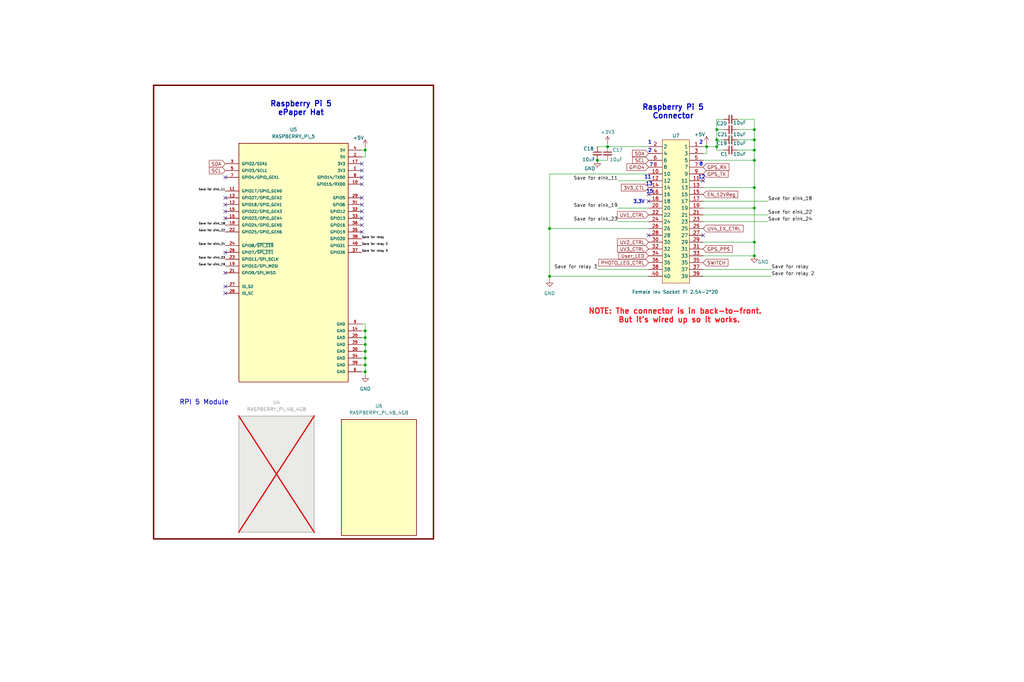
<source format=kicad_sch>
(kicad_sch (version 20250114) (generator "eeschema") (generator_version "9.0")
  (paper "User" 381 254)
  (title_block (title "MothBox") (date "2025-12-17") (rev "5.0.4") (company "Digital Naturalism Laboritories"))
  (lib_symbols
    (symbol "MothBox_Symbol_Library:+3V3" (power) (pin_numbers (hide yes)) (pin_names (offset 0) (hide yes))
      (property "Value" "+3V3" (at 0 3.556 0))
      (symbol "+3V3_0_1"
        (polyline (pts (xy -0.762 1.27) (xy 0 2.54)))
        (polyline (pts (xy 0 2.54) (xy 0.762 1.27)))
        (polyline (pts (xy 0 0) (xy 0 2.54)))
      )
      (symbol "+3V3_1_1"
        (pin power_in line (at 0 0 90) (length 0) (name "~") (number "1"))
      )
    )
    (symbol "MothBox_Symbol_Library:+5V" (power) (pin_numbers (hide yes)) (pin_names (offset 0) (hide yes))
      (property "Value" "+5V" (at 0 3.556 0))
      (symbol "+5V_0_1"
        (polyline (pts (xy -0.762 1.27) (xy 0 2.54)))
        (polyline (pts (xy 0 2.54) (xy 0.762 1.27)))
        (polyline (pts (xy 0 0) (xy 0 2.54)))
      )
      (symbol "+5V_1_1"
        (pin power_in line (at 0 0 90) (length 0) (name "~") (number "1"))
      )
    )
    (symbol "MothBox_Symbol_Library:2.54-2*20"
      (property "Reference" "U" (at 0 30.48 0))
      (property "Value" "2.54-2*20" (at 0 -27.94 0))
      (symbol "2.54-2*20_0_1"
        (rectangle (start -5.08 27.94) (end 5.08 -25.4) (fill (type background)))
        (pin unspecified line (at -10.16 25.4 0) (length 5.08) (name "1") (number "1"))
        (pin unspecified line (at -10.16 22.86 0) (length 5.08) (name "3") (number "3"))
        (pin unspecified line (at -10.16 20.32 0) (length 5.08) (name "5") (number "5"))
        (pin unspecified line (at -10.16 17.78 0) (length 5.08) (name "7") (number "7"))
        (pin unspecified line (at -10.16 15.24 0) (length 5.08) (name "9") (number "9"))
        (pin unspecified line (at -10.16 12.7 0) (length 5.08) (name "11") (number "11"))
        (pin unspecified line (at -10.16 10.16 0) (length 5.08) (name "13") (number "13"))
        (pin unspecified line (at -10.16 7.62 0) (length 5.08) (name "15") (number "15"))
        (pin unspecified line (at -10.16 5.08 0) (length 5.08) (name "17") (number "17"))
        (pin unspecified line (at -10.16 2.54 0) (length 5.08) (name "19") (number "19"))
        (pin unspecified line (at -10.16 0 0) (length 5.08) (name "21") (number "21"))
        (pin unspecified line (at -10.16 -2.54 0) (length 5.08) (name "23") (number "23"))
        (pin unspecified line (at -10.16 -5.08 0) (length 5.08) (name "25") (number "25"))
        (pin unspecified line (at -10.16 -7.62 0) (length 5.08) (name "27") (number "27"))
        (pin unspecified line (at -10.16 -10.16 0) (length 5.08) (name "29") (number "29"))
        (pin unspecified line (at -10.16 -12.7 0) (length 5.08) (name "31") (number "31"))
        (pin unspecified line (at -10.16 -15.24 0) (length 5.08) (name "33") (number "33"))
        (pin unspecified line (at -10.16 -17.78 0) (length 5.08) (name "35") (number "35"))
        (pin unspecified line (at -10.16 -20.32 0) (length 5.08) (name "37") (number "37"))
        (pin unspecified line (at -10.16 -22.86 0) (length 5.08) (name "39") (number "39"))
        (pin unspecified line (at 10.16 25.4 180) (length 5.08) (name "2") (number "2"))
        (pin unspecified line (at 10.16 22.86 180) (length 5.08) (name "4") (number "4"))
        (pin unspecified line (at 10.16 20.32 180) (length 5.08) (name "6") (number "6"))
        (pin unspecified line (at 10.16 17.78 180) (length 5.08) (name "8") (number "8"))
        (pin unspecified line (at 10.16 15.24 180) (length 5.08) (name "10") (number "10"))
        (pin unspecified line (at 10.16 12.7 180) (length 5.08) (name "12") (number "12"))
        (pin unspecified line (at 10.16 10.16 180) (length 5.08) (name "14") (number "14"))
        (pin unspecified line (at 10.16 7.62 180) (length 5.08) (name "16") (number "16"))
        (pin unspecified line (at 10.16 5.08 180) (length 5.08) (name "18") (number "18"))
        (pin unspecified line (at 10.16 2.54 180) (length 5.08) (name "20") (number "20"))
        (pin unspecified line (at 10.16 0 180) (length 5.08) (name "22") (number "22"))
        (pin unspecified line (at 10.16 -2.54 180) (length 5.08) (name "24") (number "24"))
        (pin unspecified line (at 10.16 -5.08 180) (length 5.08) (name "26") (number "26"))
        (pin unspecified line (at 10.16 -7.62 180) (length 5.08) (name "28") (number "28"))
        (pin unspecified line (at 10.16 -10.16 180) (length 5.08) (name "30") (number "30"))
        (pin unspecified line (at 10.16 -12.7 180) (length 5.08) (name "32") (number "32"))
        (pin unspecified line (at 10.16 -15.24 180) (length 5.08) (name "34") (number "34"))
        (pin unspecified line (at 10.16 -17.78 180) (length 5.08) (name "36") (number "36"))
        (pin unspecified line (at 10.16 -20.32 180) (length 5.08) (name "38") (number "38"))
        (pin unspecified line (at 10.16 -22.86 180) (length 5.08) (name "40") (number "40"))
      )
    )
    (symbol "MothBox_Symbol_Library:C_Small" (pin_numbers (hide yes)) (pin_names (offset 0.254) (hide yes))
      (property "Reference" "C" (at 0.254 1.778 0))
      (property "Value" "C_Small" (at 0.254 -2.032 0))
      (symbol "C_Small_0_1"
        (polyline (pts (xy -1.524 0.508) (xy 1.524 0.508)) (stroke (width 0.3048)))
        (polyline (pts (xy -1.524 -0.508) (xy 1.524 -0.508)) (stroke (width 0.3302)))
      )
      (symbol "C_Small_1_1"
        (pin passive line (at 0 2.54 270) (length 2.032) (name "~") (number "1"))
        (pin passive line (at 0 -2.54 90) (length 2.032) (name "~") (number "2"))
      )
    )
    (symbol "MothBox_Symbol_Library:GND" (power) (pin_numbers (hide yes)) (pin_names (offset 0) (hide yes))
      (property "Value" "GND" (at 0 -3.81 0))
      (symbol "GND_0_1"
        (polyline (pts (xy 0 0) (xy 0 -1.27) (xy 1.27 -1.27) (xy 0 -2.54) (xy -1.27 -1.27) (xy 0 -1.27)))
      )
      (symbol "GND_1_1"
        (pin power_in line (at 0 0 270) (length 0) (name "~") (number "1"))
      )
    )
    (symbol "RASPBERRY_PI_4B_4GB_1" (pin_names (offset 1.016))
      (property "Reference" "U4" (at 0 38.1 0))
      (property "Value" "RASPBERRY_PI_4B_4GB" (at 0 35.56 0))
      (symbol "RASPBERRY_PI_4B_4GB_1_0_0"
        (rectangle (start -13.97 33.02) (end 13.97 -10.16) (stroke (width 0.254)) (fill (type background)))
      )
    )
    (symbol "RASPBERRY_PI_4B_4GB_2" (pin_names (offset 1.016))
      (property "Reference" "U1" (at 0 38.1 0))
      (property "Value" "RASPBERRY_PI_5" (at 0 35.56 0))
      (symbol "RASPBERRY_PI_4B_4GB_2_0_0"
        (rectangle (start -20.32 33.02) (end 20.32 -55.88) (stroke (width 0.254)) (fill (type background)))
        (pin bidirectional line (at -25.4 25.4 0) (length 5.08) (name "GPIO2/SDA1") (number "3"))
        (pin bidirectional line (at -25.4 22.86 0) (length 5.08) (name "GPIO3/SCL1") (number "5"))
        (pin bidirectional line (at -25.4 20.32 0) (length 5.08) (name "GPIO4/GPIO_GCKL") (number "7"))
        (pin bidirectional line (at -25.4 15.24 0) (length 5.08) (name "GPIO17/GPIO_GEN0") (number "11"))
        (pin bidirectional line (at -25.4 12.7 0) (length 5.08) (name "GPIO27/GPIO_GEN2") (number "13"))
        (pin bidirectional line (at -25.4 10.16 0) (length 5.08) (name "GPIO18/GPIO_GEN1") (number "12"))
        (pin bidirectional line (at -25.4 7.62 0) (length 5.08) (name "GPIO22/GPIO_GEN3") (number "15"))
        (pin bidirectional line (at -25.4 5.08 0) (length 5.08) (name "GPIO23/GPIO_GEN4") (number "16"))
        (pin bidirectional line (at -25.4 2.54 0) (length 5.08) (name "GPIO24/GPIO_GEN5") (number "18"))
        (pin bidirectional line (at -25.4 0 0) (length 5.08) (name "GPIO25/GPIO_GEN6") (number "22"))
        (pin bidirectional line (at -25.4 -5.08 0) (length 5.08) (name "GPIO8/~{SPI_CE0}") (number "24"))
        (pin bidirectional line (at -25.4 -7.62 0) (length 5.08) (name "GPIO7/~{SPI_CE1}") (number "26"))
        (pin bidirectional line (at -25.4 -10.16 0) (length 5.08) (name "GPIO11/SPI_SCLK") (number "23"))
        (pin bidirectional line (at -25.4 -12.7 0) (length 5.08) (name "GPIO10/SPI_MOSI") (number "19"))
        (pin bidirectional line (at -25.4 -15.24 0) (length 5.08) (name "GPIO9/SPI_MISO") (number "21"))
        (pin bidirectional line (at -25.4 -20.32 0) (length 5.08) (name "ID_SD") (number "27"))
        (pin bidirectional line (at -25.4 -22.86 0) (length 5.08) (name "ID_SC") (number "28"))
        (pin power_in line (at 25.4 30.48 180) (length 5.08) (name "5V") (number "4"))
        (pin power_in line (at 25.4 27.94 180) (length 5.08) (name "5V") (number "2"))
        (pin power_in line (at 25.4 25.4 180) (length 5.08) (name "3V3") (number "17"))
        (pin power_in line (at 25.4 22.86 180) (length 5.08) (name "3V3") (number "1"))
        (pin bidirectional line (at 25.4 20.32 180) (length 5.08) (name "GPIO14/TXD0") (number "8"))
        (pin bidirectional line (at 25.4 17.78 180) (length 5.08) (name "GPIO15/RXD0") (number "10"))
        (pin bidirectional line (at 25.4 12.7 180) (length 5.08) (name "GPIO5") (number "29"))
        (pin bidirectional line (at 25.4 10.16 180) (length 5.08) (name "GPIO6") (number "31"))
        (pin bidirectional line (at 25.4 7.62 180) (length 5.08) (name "GPIO12") (number "32"))
        (pin bidirectional line (at 25.4 5.08 180) (length 5.08) (name "GPIO13") (number "33"))
        (pin bidirectional line (at 25.4 2.54 180) (length 5.08) (name "GPIO16") (number "36"))
        (pin bidirectional line (at 25.4 0 180) (length 5.08) (name "GPIO19") (number "35"))
        (pin bidirectional line (at 25.4 -2.54 180) (length 5.08) (name "GPIO20") (number "38"))
        (pin bidirectional line (at 25.4 -5.08 180) (length 5.08) (name "GPIO21") (number "40"))
        (pin bidirectional line (at 25.4 -7.62 180) (length 5.08) (name "GPIO26") (number "37"))
        (pin power_in line (at 25.4 -34.29 180) (length 5.08) (name "GND") (number "9"))
        (pin power_in line (at 25.4 -36.83 180) (length 5.08) (name "GND") (number "14"))
        (pin power_in line (at 25.4 -39.37 180) (length 5.08) (name "GND") (number "20"))
        (pin power_in line (at 25.4 -41.91 180) (length 5.08) (name "GND") (number "25"))
        (pin power_in line (at 25.4 -44.45 180) (length 5.08) (name "GND") (number "30"))
        (pin power_in line (at 25.4 -46.99 180) (length 5.08) (name "GND") (number "34"))
        (pin power_in line (at 25.4 -49.53 180) (length 5.08) (name "GND") (number "39"))
        (pin power_in line (at 25.4 -52.07 180) (length 5.08) (name "GND") (number "6"))
      )
    )
  )
  (rectangle (start 57.15 31.75) (end 161.29 200.66) (stroke (width 0.508) (color 110 0 0 1)))
  (text "13" (at 241.554 68.58 0) (effects (font (size 1.27 1.27) (thickness 0.254) (bold yes))))
  (text "2" (at 260.858 53.086 0) (effects (font (size 1.27 1.27) (thickness 0.254) (bold yes))))
  (text "1" (at 241.808 53.086 0) (effects (font (size 1.27 1.27) (thickness 0.254) (bold yes))))
  (text "Raspberry Pi 5\nConnector" (at 250.444 41.656 0) (effects (font (size 2 2) (thickness 0.4) (bold yes))))
  (text "NOTE: The connector is in back-to-front.  \nBut it's wired up so it works." (at 252.73 117.602 0) (effects (font (size 2 2) (thickness 0.4) (bold yes))))
  (text "RPI 5 Module\n" (at 75.946 149.86 0) (effects (font (size 1.778 1.778) (thickness 0.254) (bold yes))))
  (text "11" (at 241.046 66.04 0) (effects (font (size 1.27 1.27) (thickness 0.254) (bold yes))))
  (text "8" (at 260.858 61.214 0) (effects (font (size 1.27 1.27) (thickness 0.254) (bold yes))))
  (text "3.3V" (at 237.744 75.184 0) (effects (font (size 1.27 1.27) (thickness 0.254) (bold yes))))
  (text "15" (at 241.808 71.374 0) (effects (font (size 1.27 1.27) (thickness 0.254) (bold yes))))
  (text "12" (at 261.112 66.04 0) (effects (font (size 1.27 1.27) (thickness 0.254) (bold yes))))
  (text "Raspberry Pi 5\nePaper Hat" (at 112.014 40.386 0) (effects (font (size 2 2) (thickness 0.4) (bold yes))))
  (text "2" (at 241.808 56.134 0) (effects (font (size 1.27 1.27) (thickness 0.254) (bold yes))))
  (text "7" (at 242.316 61.468 0) (effects (font (size 1.27 1.27) (thickness 0.254) (bold yes))))
  (junction (at 135.89 123.19))
  (junction (at 280.67 52.07))
  (junction (at 266.7 52.07))
  (junction (at 226.06 54.61))
  (junction (at 135.89 135.89))
  (junction (at 280.67 69.85))
  (junction (at 135.89 55.88))
  (junction (at 280.67 95.25))
  (junction (at 135.89 125.73))
  (junction (at 266.7 54.61))
  (junction (at 222.25 59.69))
  (junction (at 280.67 77.47))
  (junction (at 135.89 130.81))
  (junction (at 280.67 90.17))
  (junction (at 135.89 133.35))
  (junction (at 280.67 48.26))
  (junction (at 262.89 54.61))
  (junction (at 135.89 128.27))
  (junction (at 280.67 55.88))
  (junction (at 266.7 48.26))
  (junction (at 204.47 85.09))
  (junction (at 280.67 59.69))
  (junction (at 204.47 102.87))
  (junction (at 135.89 138.43))
  (no_connect (at 83.82 81.28))
  (no_connect (at 241.3 74.93))
  (no_connect (at 83.82 109.22))
  (no_connect (at 134.62 68.58))
  (no_connect (at 134.62 60.96))
  (no_connect (at 83.82 93.98))
  (no_connect (at 241.3 72.39))
  (no_connect (at 134.62 76.2))
  (no_connect (at 83.82 76.2))
  (no_connect (at 134.62 81.28))
  (no_connect (at 83.82 66.04))
  (no_connect (at 83.82 101.6))
  (no_connect (at 134.62 78.74))
  (no_connect (at 83.82 73.66))
  (no_connect (at 83.82 106.68))
  (no_connect (at 261.62 87.63))
  (no_connect (at 134.62 86.36))
  (no_connect (at 83.82 78.74))
  (no_connect (at 134.62 66.04))
  (no_connect (at 134.62 73.66))
  (no_connect (at 241.3 87.63))
  (no_connect (at 134.62 63.5))
  (no_connect (at 134.62 83.82))
  (no_connect (at 261.62 67.31))
  (wire (pts (xy 285.75 80.01) (xy 261.62 80.01)))
  (wire (pts (xy 262.89 54.61) (xy 261.62 54.61)))
  (wire (pts (xy 280.67 48.26) (xy 280.67 52.07)))
  (wire (pts (xy 135.89 133.35) (xy 135.89 135.89)))
  (wire (pts (xy 134.62 58.42) (xy 135.89 58.42)))
  (wire (pts (xy 134.62 120.65) (xy 135.89 120.65)))
  (wire (pts (xy 134.62 55.88) (xy 135.89 55.88)))
  (wire (pts (xy 266.7 48.26) (xy 266.7 44.45)))
  (wire (pts (xy 229.87 77.47) (xy 241.3 77.47)))
  (wire (pts (xy 266.7 54.61) (xy 266.7 52.07)))
  (wire (pts (xy 135.89 54.61) (xy 135.89 55.88)))
  (wire (pts (xy 134.62 128.27) (xy 135.89 128.27)))
  (wire (pts (xy 261.62 90.17) (xy 280.67 90.17)))
  (wire (pts (xy 266.7 52.07) (xy 269.24 52.07)))
  (wire (pts (xy 135.89 58.42) (xy 135.89 55.88)))
  (wire (pts (xy 274.32 52.07) (xy 280.67 52.07)))
  (wire (pts (xy 135.89 138.43) (xy 135.89 139.7)))
  (wire (pts (xy 280.67 55.88) (xy 280.67 59.69)))
  (wire (pts (xy 204.47 102.87) (xy 241.3 102.87)))
  (wire (pts (xy 229.87 82.55) (xy 241.3 82.55)))
  (wire (pts (xy 285.75 82.55) (xy 261.62 82.55)))
  (wire (pts (xy 280.67 90.17) (xy 280.67 95.25)))
  (wire (pts (xy 261.62 59.69) (xy 280.67 59.69)))
  (wire (pts (xy 226.06 54.61) (xy 241.3 54.61)))
  (wire (pts (xy 280.67 59.69) (xy 280.67 69.85)))
  (wire (pts (xy 134.62 125.73) (xy 135.89 125.73)))
  (wire (pts (xy 280.67 52.07) (xy 280.67 55.88)))
  (wire (pts (xy 134.62 130.81) (xy 135.89 130.81)))
  (wire (pts (xy 135.89 128.27) (xy 135.89 130.81)))
  (wire (pts (xy 134.62 133.35) (xy 135.89 133.35)))
  (wire (pts (xy 266.7 54.61) (xy 266.7 55.88)))
  (wire (pts (xy 204.47 102.87) (xy 204.47 104.14)))
  (wire (pts (xy 261.62 95.25) (xy 280.67 95.25)))
  (wire (pts (xy 261.62 77.47) (xy 280.67 77.47)))
  (wire (pts (xy 135.89 120.65) (xy 135.89 123.19)))
  (wire (pts (xy 226.06 53.34) (xy 226.06 54.61)))
  (wire (pts (xy 135.89 130.81) (xy 135.89 133.35)))
  (wire (pts (xy 266.7 55.88) (xy 269.24 55.88)))
  (wire (pts (xy 204.47 85.09) (xy 241.3 85.09)))
  (wire (pts (xy 280.67 69.85) (xy 280.67 77.47)))
  (wire (pts (xy 241.3 64.77) (xy 204.47 64.77)))
  (wire (pts (xy 222.25 59.69) (xy 226.06 59.69)))
  (wire (pts (xy 274.32 48.26) (xy 280.67 48.26)))
  (wire (pts (xy 262.89 54.61) (xy 262.89 57.15)))
  (wire (pts (xy 135.89 125.73) (xy 135.89 128.27)))
  (wire (pts (xy 262.89 53.34) (xy 262.89 54.61)))
  (wire (pts (xy 135.89 123.19) (xy 135.89 125.73)))
  (wire (pts (xy 285.75 74.93) (xy 261.62 74.93)))
  (wire (pts (xy 222.25 54.61) (xy 226.06 54.61)))
  (wire (pts (xy 266.7 48.26) (xy 269.24 48.26)))
  (wire (pts (xy 274.32 55.88) (xy 280.67 55.88)))
  (wire (pts (xy 204.47 64.77) (xy 204.47 85.09)))
  (wire (pts (xy 266.7 52.07) (xy 266.7 48.26)))
  (wire (pts (xy 274.32 44.45) (xy 280.67 44.45)))
  (wire (pts (xy 134.62 135.89) (xy 135.89 135.89)))
  (wire (pts (xy 280.67 77.47) (xy 280.67 90.17)))
  (wire (pts (xy 261.62 69.85) (xy 280.67 69.85)))
  (wire (pts (xy 135.89 135.89) (xy 135.89 138.43)))
  (wire (pts (xy 229.87 67.31) (xy 241.3 67.31)))
  (wire (pts (xy 280.67 44.45) (xy 280.67 48.26)))
  (wire (pts (xy 287.02 102.87) (xy 261.62 102.87)))
  (wire (pts (xy 222.25 100.33) (xy 241.3 100.33)))
  (wire (pts (xy 262.89 54.61) (xy 266.7 54.61)))
  (wire (pts (xy 204.47 85.09) (xy 204.47 102.87)))
  (wire (pts (xy 134.62 123.19) (xy 135.89 123.19)))
  (wire (pts (xy 287.02 100.33) (xy 261.62 100.33)))
  (wire (pts (xy 262.89 57.15) (xy 261.62 57.15)))
  (wire (pts (xy 266.7 44.45) (xy 269.24 44.45)))
  (wire (pts (xy 134.62 138.43) (xy 135.89 138.43)))
  (label "Save for eink_24" (at 83.82 91.44 180) (effects (font (size 0.762 0.762))))
  (label "Save for relay" (at 287.02 100.33 0))
  (label "Save for relay 3" (at 134.62 93.98 0) (effects (font (size 0.762 0.762))))
  (label "Save for eink_11" (at 83.82 71.12 180) (effects (font (size 0.762 0.762))))
  (label "Save for relay 2" (at 134.62 91.44 0) (effects (font (size 0.762 0.762))))
  (label "Save for eink_19" (at 83.82 99.06 180) (effects (font (size 0.762 0.762))))
  (label "Save for eink_24" (at 285.75 82.55 0))
  (label "Save for eink_23" (at 83.82 96.52 180) (effects (font (size 0.762 0.762))))
  (label "Save for eink_19" (at 229.87 77.47 180))
  (label "Save for eink_11" (at 229.87 67.31 180))
  (label "Save for eink_22" (at 83.82 86.36 180) (effects (font (size 0.762 0.762))))
  (label "Save for relay 3" (at 222.25 100.33 180))
  (label "Save for eink_18" (at 285.75 74.93 0))
  (label "Save for relay" (at 134.62 88.9 0) (effects (font (size 0.762 0.762))))
  (label "Save for eink_23" (at 229.87 82.55 180))
  (label "Save for relay 2" (at 287.02 102.87 0))
  (label "Save for eink_22" (at 285.75 80.01 0))
  (label "Save for eink_18" (at 83.82 83.82 180) (effects (font (size 0.762 0.762))))
  (global_label "EN_12VReg" (shape input) (at 261.62 72.39 0) (property "Intersheetrefs" "${INTERSHEET_REFS}" (effects (hide yes))))
  (global_label "UV4_EX_CTRL" (shape input) (at 261.62 85.09 0) (property "Intersheetrefs" "${INTERSHEET_REFS}" (effects (hide yes))))
  (global_label "GPS_PPS" (shape input) (at 261.62 92.71 0) (property "Intersheetrefs" "${INTERSHEET_REFS}" (effects (hide yes))))
  (global_label "GPS_RX" (shape input) (at 261.62 62.23 0) (property "Intersheetrefs" "${INTERSHEET_REFS}" (effects (hide yes))))
  (global_label "SDA" (shape input) (at 241.3 57.15 180) (property "Intersheetrefs" "${INTERSHEET_REFS}" (effects (hide yes))))
  (global_label "GPS_TX" (shape input) (at 261.62 64.77 0) (property "Intersheetrefs" "${INTERSHEET_REFS}" (effects (hide yes))))
  (global_label "SCL" (shape input) (at 241.3 59.69 180) (property "Intersheetrefs" "${INTERSHEET_REFS}" (effects (hide yes))))
  (global_label "3V3_CTL" (shape input) (at 241.3 69.85 180) (property "Intersheetrefs" "${INTERSHEET_REFS}" (effects (hide yes))))
  (global_label "PHOTO_LED_CTRL" (shape input) (at 241.3 97.79 180) (property "Intersheetrefs" "${INTERSHEET_REFS}" (effects (hide yes))))
  (global_label "UV3_CTRL" (shape input) (at 241.3 92.71 180) (property "Intersheetrefs" "${INTERSHEET_REFS}" (effects (hide yes))))
  (global_label "UV2_CTRL" (shape input) (at 241.3 90.17 180) (property "Intersheetrefs" "${INTERSHEET_REFS}" (effects (hide yes))))
  (global_label "GPIO4" (shape input) (at 241.3 62.23 180) (property "Intersheetrefs" "${INTERSHEET_REFS}" (effects (hide yes))))
  (global_label "User_LED" (shape input) (at 241.3 95.25 180) (property "Intersheetrefs" "${INTERSHEET_REFS}" (effects (hide yes))))
  (global_label "SWITCH" (shape input) (at 261.62 97.79 0) (property "Intersheetrefs" "${INTERSHEET_REFS}" (effects (hide yes))))
  (global_label "SDA" (shape input) (at 83.82 60.96 180) (property "Intersheetrefs" "${INTERSHEET_REFS}" (effects (hide yes))))
  (global_label "UV1_CTRL" (shape input) (at 241.3 80.01 180) (property "Intersheetrefs" "${INTERSHEET_REFS}" (effects (hide yes))))
  (global_label "SCL" (shape input) (at 83.82 63.5 180) (property "Intersheetrefs" "${INTERSHEET_REFS}" (effects (hide yes))))
  (symbol (lib_name "RASPBERRY_PI_4B_4GB_1") (lib_id "MothBox_Symbol_Library:RASPBERRY_PI_4B_4GB_1") (at 140.97 189.23 0) (unit 1) (in_bom no)
    (property "Reference" "U6" (at 140.97 151.13 0))
    (property "Value" "RASPBERRY_PI_4B_4GB" (at 140.97 153.67 0))
    (property "Footprint" "RASPBERRY_PI_4B_4GB:MODULE_RASPBERRY_PI_4B_4GB_Sideways" (effects (hide yes)))
    (property "MF" "Raspberry Pi" (effects (hide yes)))
    (property "MAXIMUM_PACKAGE_HEIGHT" "16 mm" (effects (hide yes)))
    (property "Package" "None" (effects (hide yes)))
    (property "Price" "None" (effects (hide yes)))
    (property "Check_prices" "https://www.snapeda.com/parts/RASPBERRY%20PI%204B/4GB/Raspberry+Pi/view-part/?ref=eda" (effects (hide yes)))
    (property "STANDARD" "Manufacturer Recommendations" (effects (hide yes)))
    (property "PARTREV" "4" (effects (hide yes)))
    (property "SnapEDA_Link" "https://www.snapeda.com/parts/RASPBERRY%20PI%204B/4GB/Raspberry+Pi/view-part/?ref=snap" (effects (hide yes)))
    (property "MP" "RASPBERRY PI 4B/4GB" (effects (hide yes)))
    (property "Description_1" "BCM2711 Raspberry Pi 4 Model B 4GB - ARM® Cortex®-A72 MPU Embedded Evaluation Board" (effects (hide yes)))
    (property "Availability" "Not in stock" (effects (hide yes)))
    (property "SNAPEDA_PN" "RASPBERRY PI 4B/4GB" (effects (hide yes)))
    (property "Digikey_Part_No" "SC1113" (effects (hide yes)))
  )
  (symbol (lib_id "MothBox_Symbol_Library:GND") (at 222.25 59.69 0) (unit 1)
    (property "Reference" "#PWR074" (effects (hide yes)))
    (property "Value" "GND" (at 219.456 62.738 0))
    (property "Description" "Power symbol creates a global label with name \"GND\" , ground" (effects (hide yes)))
  )
  (symbol (lib_id "MothBox_Symbol_Library:C_Small") (at 271.78 44.45 90) (unit 1)
    (property "Reference" "C20" (at 270.51 45.974 90) (effects (justify left)))
    (property "Value" "10uF" (at 277.622 45.72 90) (effects (justify left)))
    (property "Footprint" "MothBox_footprints_Library:C_0603_1608Metric" (effects (hide yes)))
    (property "Description" "Unpolarized capacitor, small symbol" (effects (hide yes)))
    (property "LCSC_Part" "C19702" (effects (hide yes)))
  )
  (symbol (lib_id "MothBox_Symbol_Library:GND") (at 204.47 104.14 0) (unit 1)
    (property "Reference" "#PWR061" (effects (hide yes)))
    (property "Value" "GND" (at 204.47 109.22 0))
    (property "Description" "Power symbol creates a global label with name \"GND\" , ground" (effects (hide yes)))
  )
  (symbol (lib_id "MothBox_Symbol_Library:GND") (at 135.89 139.7 0) (unit 1)
    (property "Reference" "#PWR018" (effects (hide yes)))
    (property "Value" "GND" (at 135.89 144.78 0))
    (property "Description" "Power symbol creates a global label with name \"GND\" , ground" (effects (hide yes)))
  )
  (symbol (lib_id "MothBox_Symbol_Library:C_Small") (at 271.78 48.26 90) (mirror x) (unit 1)
    (property "Reference" "C21" (at 270.764 50.038 90) (effects (justify left)))
    (property "Value" "10uF" (at 277.622 50.038 90) (effects (justify left)))
    (property "Footprint" "MothBox_footprints_Library:C_0603_1608Metric" (effects (hide yes)))
    (property "Description" "Unpolarized capacitor, small symbol" (effects (hide yes)))
    (property "LCSC_Part" "C19702" (effects (hide yes)))
  )
  (symbol (lib_id "MothBox_Symbol_Library:+5V") (at 135.89 54.61 0) (unit 1)
    (property "Reference" "#PWR017" (effects (hide yes)))
    (property "Value" "+5V" (at 133.35 51.308 0))
    (property "Description" "Power symbol creates a global label with name \"+5V\"" (effects (hide yes)))
  )
  (symbol (lib_id "MothBox_Symbol_Library:C_Small") (at 271.78 52.07 90) (unit 1)
    (property "Reference" "C19" (at 270.51 53.34 90) (effects (justify left)))
    (property "Value" "10uF" (at 277.622 53.34 90) (effects (justify left)))
    (property "Footprint" "MothBox_footprints_Library:C_0603_1608Metric" (effects (hide yes)))
    (property "Description" "Unpolarized capacitor, small symbol" (effects (hide yes)))
    (property "LCSC_Part" "C19702" (effects (hide yes)))
  )
  (symbol (lib_name "RASPBERRY_PI_4B_4GB_2") (lib_id "MothBox_Symbol_Library:RASPBERRY_PI_4B_4GB_2") (at 109.22 86.36 0) (unit 1)
    (property "Reference" "U5" (at 109.22 48.26 0))
    (property "Value" "RASPBERRY_PI_5" (at 109.22 50.8 0))
    (property "Footprint" "MothBox_footprints_Library:EPAPER_PinHeader_2x20_P2.54mm_Vertical" (effects (hide yes)))
    (property "MF" "Raspberry Pi" (effects (hide yes)))
    (property "LCSC_Part" "C5224014" (effects (hide yes)))
  )
  (symbol (lib_id "MothBox_Symbol_Library:GND") (at 280.67 95.25 0) (unit 1)
    (property "Reference" "#PWR060" (effects (hide yes)))
    (property "Value" "GND" (at 283.972 97.536 0))
    (property "Description" "Power symbol creates a global label with name \"GND\" , ground" (effects (hide yes)))
  )
  (symbol (lib_name "RASPBERRY_PI_4B_4GB_1") (lib_id "MothBox_Symbol_Library:RASPBERRY_PI_4B_4GB_1") (at 102.87 187.96 0) (unit 1) (exclude_from_sim yes) (in_bom no) (on_board no) (dnp yes)
    (property "Reference" "U4" (at 102.87 149.86 0))
    (property "Value" "RASPBERRY_PI_4B_4GB" (at 102.87 152.4 0))
    (property "Footprint" "RASPBERRY_PI_4B_4GB:MODULE_RASPBERRY_PI_4B_4GB" (effects (hide yes)))
    (property "MF" "Raspberry Pi" (effects (hide yes)))
    (property "MAXIMUM_PACKAGE_HEIGHT" "16 mm" (effects (hide yes)))
    (property "Package" "None" (effects (hide yes)))
    (property "Price" "None" (effects (hide yes)))
    (property "Check_prices" "https://www.snapeda.com/parts/RASPBERRY%20PI%204B/4GB/Raspberry+Pi/view-part/?ref=eda" (effects (hide yes)))
    (property "STANDARD" "Manufacturer Recommendations" (effects (hide yes)))
    (property "PARTREV" "4" (effects (hide yes)))
    (property "SnapEDA_Link" "https://www.snapeda.com/parts/RASPBERRY%20PI%204B/4GB/Raspberry+Pi/view-part/?ref=snap" (effects (hide yes)))
    (property "MP" "RASPBERRY PI 4B/4GB" (effects (hide yes)))
    (property "Description_1" "BCM2711 Raspberry Pi 4 Model B 4GB - ARM® Cortex®-A72 MPU Embedded Evaluation Board" (effects (hide yes)))
    (property "Availability" "Not in stock" (effects (hide yes)))
    (property "SNAPEDA_PN" "RASPBERRY PI 4B/4GB" (effects (hide yes)))
    (property "Digikey_Part_No" "SC1113" (effects (hide yes)))
  )
  (symbol (lib_id "MothBox_Symbol_Library:+5V") (at 262.89 53.34 0) (unit 1)
    (property "Reference" "#PWR025" (effects (hide yes)))
    (property "Value" "+5V" (at 260.35 50.038 0))
    (property "Description" "Power symbol creates a global label with name \"+5V\"" (effects (hide yes)))
  )
  (symbol (lib_id "MothBox_Symbol_Library:2.54-2*20") (at 251.46 80.01 0) (mirror y) (unit 1)
    (property "Reference" "U7" (at 251.46 50.546 0))
    (property "Value" "Female Inv Socket Pi 2.54-2*20" (at 251.206 108.712 0))
    (property "Footprint" "MothBox_footprints_Library:HDR-TH_40P-P2.54-H-F-R2-C20-W8.5" (effects (hide yes)))
    (property "LCSC_Part" "C2897440" (effects (hide yes)))
  )
  (symbol (lib_id "MothBox_Symbol_Library:C_Small") (at 226.06 57.15 0) (unit 1)
    (property "Reference" "C17" (at 227.838 55.88 0) (effects (justify left)))
    (property "Value" "10uF" (at 226.822 59.436 0) (effects (justify left)))
    (property "Footprint" "MothBox_footprints_Library:C_0603_1608Metric" (effects (hide yes)))
    (property "Description" "Unpolarized capacitor, small symbol" (effects (hide yes)))
    (property "LCSC_Part" "C19702" (effects (hide yes)))
  )
  (symbol (lib_id "MothBox_Symbol_Library:+3V3") (at 226.06 53.34 0) (unit 1)
    (property "Reference" "#PWR076" (effects (hide yes)))
    (property "Value" "+3V3" (at 226.06 49.2069 0))
    (property "Description" "Power symbol creates a global label with name \"+3V3\"" (effects (hide yes)))
  )
  (symbol (lib_id "MothBox_Symbol_Library:C_Small") (at 222.25 57.15 0) (mirror y) (unit 1)
    (property "Reference" "C18" (at 220.98 55.372 0) (effects (justify left)))
    (property "Value" "10uF" (at 221.488 59.436 0) (effects (justify left)))
    (property "Footprint" "MothBox_footprints_Library:C_0603_1608Metric" (effects (hide yes)))
    (property "Description" "Unpolarized capacitor, small symbol" (effects (hide yes)))
    (property "LCSC_Part" "C19702" (effects (hide yes)))
  )
  (symbol (lib_id "MothBox_Symbol_Library:C_Small") (at 271.78 55.88 90) (mirror x) (unit 1)
    (property "Reference" "C1" (at 270.764 57.404 90) (effects (justify left)))
    (property "Value" "10uF" (at 277.622 57.404 90) (effects (justify left)))
    (property "Footprint" "MothBox_footprints_Library:C_0603_1608Metric" (effects (hide yes)))
    (property "Description" "Unpolarized capacitor, small symbol" (effects (hide yes)))
    (property "LCSC_Part" "C19702" (effects (hide yes)))
  )
)
</source>
